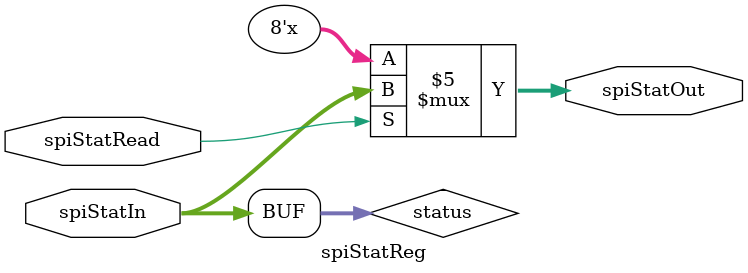
<source format=v>

`include "timescale.v"
`include "defines.v"


module spiStatReg (spiStatIn, spiStatRead, spiStatOut);

		input spiStatRead;
		input [7:0] spiStatIn;
		
		output [7:0] spiStatOut;
		
		reg [7:0] spiStatOut, status = 8'b 00000000;
		
		always @ (spiStatRead or status)
				if (spiStatRead)
					spiStatOut = status;
		
		always @ (spiStatIn)
			status = spiStatIn;
		
endmodule

</source>
